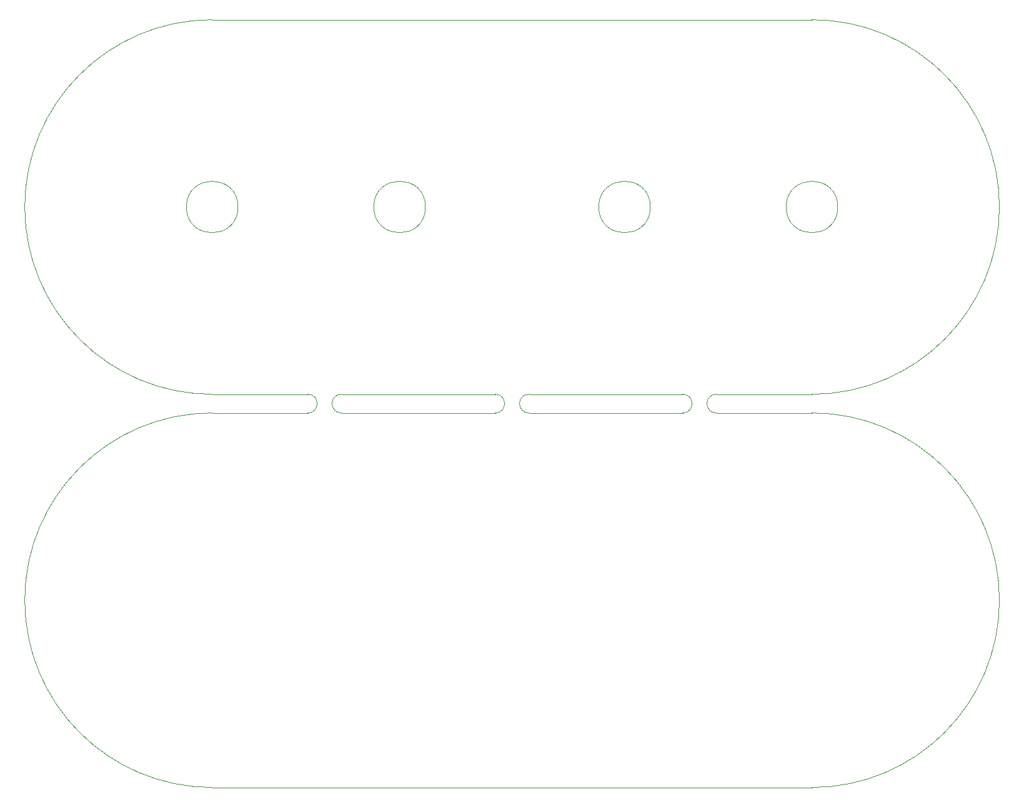
<source format=gbr>
%TF.GenerationSoftware,KiCad,Pcbnew,7.0.10*%
%TF.CreationDate,2024-02-10T11:13:50-05:00*%
%TF.ProjectId,Nixie Clock,4e697869-6520-4436-9c6f-636b2e6b6963,rev?*%
%TF.SameCoordinates,Original*%
%TF.FileFunction,Profile,NP*%
%FSLAX46Y46*%
G04 Gerber Fmt 4.6, Leading zero omitted, Abs format (unit mm)*
G04 Created by KiCad (PCBNEW 7.0.10) date 2024-02-10 11:13:50*
%MOMM*%
%LPD*%
G01*
G04 APERTURE LIST*
%TA.AperFunction,Profile*%
%ADD10C,0.100000*%
%TD*%
%TA.AperFunction,Profile*%
%ADD11C,0.050000*%
%TD*%
G04 APERTURE END LIST*
D10*
X137160000Y-111760000D02*
X150114000Y-111760000D01*
X150114000Y-109220000D02*
X137160000Y-109220000D01*
X154686000Y-111760000D02*
X175514000Y-111760000D01*
X175514000Y-109220000D02*
X154686000Y-109220000D01*
X180086000Y-109220000D02*
X200914000Y-109220000D01*
X200914000Y-111760000D02*
X180086000Y-111760000D01*
X218440000Y-111760000D02*
X205486000Y-111760000D01*
X205486000Y-109220000D02*
X218440000Y-109220000D01*
X205486000Y-109220000D02*
G75*
G03*
X205486000Y-111760000I0J-1270000D01*
G01*
X200914000Y-111760000D02*
G75*
G03*
X200914000Y-109220000I0J1270000D01*
G01*
X180086000Y-109220000D02*
G75*
G03*
X180086000Y-111760000I0J-1270000D01*
G01*
X175514000Y-111760000D02*
G75*
G03*
X175514000Y-109220000I0J1270000D01*
G01*
X154686000Y-109220000D02*
G75*
G03*
X154686000Y-111760000I0J-1270000D01*
G01*
X150114000Y-111760000D02*
G75*
G03*
X150114000Y-109220000I0J1270000D01*
G01*
X137160000Y-162560000D02*
X218440000Y-162560000D01*
X137160000Y-111760000D02*
G75*
G03*
X137160000Y-162560000I0J-25400000D01*
G01*
X218440000Y-162560000D02*
G75*
G03*
X218440000Y-111760000I0J25400000D01*
G01*
X218440000Y-58420000D02*
X137160000Y-58420000D01*
X218440000Y-109220000D02*
G75*
G03*
X218440000Y-58420000I0J25400000D01*
G01*
X137160000Y-58420000D02*
G75*
G03*
X137160000Y-109220000I0J-25400000D01*
G01*
D11*
%TO.C,U3*%
X196540000Y-83820000D02*
G75*
G03*
X189540000Y-83820000I-3500000J0D01*
G01*
X189540000Y-83820000D02*
G75*
G03*
X196540000Y-83820000I3500000J0D01*
G01*
%TO.C,U1*%
X140660000Y-83820000D02*
G75*
G03*
X133660000Y-83820000I-3500000J0D01*
G01*
X133660000Y-83820000D02*
G75*
G03*
X140660000Y-83820000I3500000J0D01*
G01*
%TO.C,U2*%
X166060000Y-83820000D02*
G75*
G03*
X159060000Y-83820000I-3500000J0D01*
G01*
X159060000Y-83820000D02*
G75*
G03*
X166060000Y-83820000I3500000J0D01*
G01*
%TO.C,U4*%
X221940000Y-83820000D02*
G75*
G03*
X214940000Y-83820000I-3500000J0D01*
G01*
X214940000Y-83820000D02*
G75*
G03*
X221940000Y-83820000I3500000J0D01*
G01*
%TD*%
M02*

</source>
